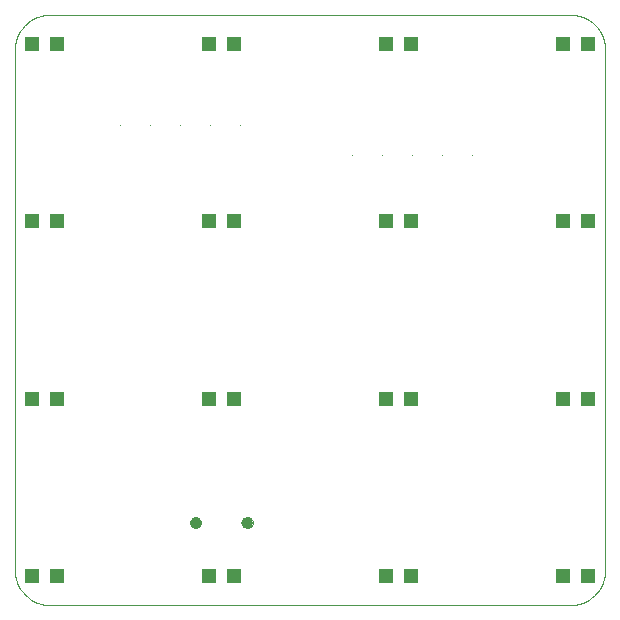
<source format=gts>
G75*
G70*
%OFA0B0*%
%FSLAX24Y24*%
%IPPOS*%
%LPD*%
%AMOC8*
5,1,8,0,0,1.08239X$1,22.5*
%
%ADD10C,0.0001*%
%ADD11C,0.0000*%
%ADD12C,0.0043*%
%ADD13R,0.0512X0.0512*%
%ADD14C,0.0394*%
D10*
X000504Y001685D02*
X000504Y019008D01*
X000506Y019074D01*
X000511Y019140D01*
X000521Y019206D01*
X000534Y019271D01*
X000550Y019335D01*
X000570Y019398D01*
X000594Y019460D01*
X000621Y019520D01*
X000651Y019579D01*
X000685Y019636D01*
X000722Y019691D01*
X000762Y019744D01*
X000804Y019795D01*
X000850Y019843D01*
X000898Y019889D01*
X000949Y019931D01*
X001002Y019971D01*
X001057Y020008D01*
X001114Y020042D01*
X001173Y020072D01*
X001233Y020099D01*
X001295Y020123D01*
X001358Y020143D01*
X001422Y020159D01*
X001487Y020172D01*
X001553Y020182D01*
X001619Y020187D01*
X001685Y020189D01*
X019008Y020189D01*
X019074Y020187D01*
X019140Y020182D01*
X019206Y020172D01*
X019271Y020159D01*
X019335Y020143D01*
X019398Y020123D01*
X019460Y020099D01*
X019520Y020072D01*
X019579Y020042D01*
X019636Y020008D01*
X019691Y019971D01*
X019744Y019931D01*
X019795Y019889D01*
X019843Y019843D01*
X019889Y019795D01*
X019931Y019744D01*
X019971Y019691D01*
X020008Y019636D01*
X020042Y019579D01*
X020072Y019520D01*
X020099Y019460D01*
X020123Y019398D01*
X020143Y019335D01*
X020159Y019271D01*
X020172Y019206D01*
X020182Y019140D01*
X020187Y019074D01*
X020189Y019008D01*
X020189Y001685D01*
X020187Y001619D01*
X020182Y001553D01*
X020172Y001487D01*
X020159Y001422D01*
X020143Y001358D01*
X020123Y001295D01*
X020099Y001233D01*
X020072Y001173D01*
X020042Y001114D01*
X020008Y001057D01*
X019971Y001002D01*
X019931Y000949D01*
X019889Y000898D01*
X019843Y000850D01*
X019795Y000804D01*
X019744Y000762D01*
X019691Y000722D01*
X019636Y000685D01*
X019579Y000651D01*
X019520Y000621D01*
X019460Y000594D01*
X019398Y000570D01*
X019335Y000550D01*
X019271Y000534D01*
X019206Y000521D01*
X019140Y000511D01*
X019074Y000506D01*
X019008Y000504D01*
X001685Y000504D01*
X001619Y000506D01*
X001553Y000511D01*
X001487Y000521D01*
X001422Y000534D01*
X001358Y000550D01*
X001295Y000570D01*
X001233Y000594D01*
X001173Y000621D01*
X001114Y000651D01*
X001057Y000685D01*
X001002Y000722D01*
X000949Y000762D01*
X000898Y000804D01*
X000850Y000850D01*
X000804Y000898D01*
X000762Y000949D01*
X000722Y001002D01*
X000685Y001057D01*
X000651Y001114D01*
X000621Y001173D01*
X000594Y001233D01*
X000570Y001295D01*
X000550Y001358D01*
X000534Y001422D01*
X000521Y001487D01*
X000511Y001553D01*
X000506Y001619D01*
X000504Y001685D01*
D11*
X006351Y003260D02*
X006353Y003286D01*
X006359Y003312D01*
X006369Y003337D01*
X006382Y003360D01*
X006398Y003380D01*
X006418Y003398D01*
X006440Y003413D01*
X006463Y003425D01*
X006489Y003433D01*
X006515Y003437D01*
X006541Y003437D01*
X006567Y003433D01*
X006593Y003425D01*
X006617Y003413D01*
X006638Y003398D01*
X006658Y003380D01*
X006674Y003360D01*
X006687Y003337D01*
X006697Y003312D01*
X006703Y003286D01*
X006705Y003260D01*
X006703Y003234D01*
X006697Y003208D01*
X006687Y003183D01*
X006674Y003160D01*
X006658Y003140D01*
X006638Y003122D01*
X006616Y003107D01*
X006593Y003095D01*
X006567Y003087D01*
X006541Y003083D01*
X006515Y003083D01*
X006489Y003087D01*
X006463Y003095D01*
X006439Y003107D01*
X006418Y003122D01*
X006398Y003140D01*
X006382Y003160D01*
X006369Y003183D01*
X006359Y003208D01*
X006353Y003234D01*
X006351Y003260D01*
X008083Y003260D02*
X008085Y003286D01*
X008091Y003312D01*
X008101Y003337D01*
X008114Y003360D01*
X008130Y003380D01*
X008150Y003398D01*
X008172Y003413D01*
X008195Y003425D01*
X008221Y003433D01*
X008247Y003437D01*
X008273Y003437D01*
X008299Y003433D01*
X008325Y003425D01*
X008349Y003413D01*
X008370Y003398D01*
X008390Y003380D01*
X008406Y003360D01*
X008419Y003337D01*
X008429Y003312D01*
X008435Y003286D01*
X008437Y003260D01*
X008435Y003234D01*
X008429Y003208D01*
X008419Y003183D01*
X008406Y003160D01*
X008390Y003140D01*
X008370Y003122D01*
X008348Y003107D01*
X008325Y003095D01*
X008299Y003087D01*
X008273Y003083D01*
X008247Y003083D01*
X008221Y003087D01*
X008195Y003095D01*
X008171Y003107D01*
X008150Y003122D01*
X008130Y003140D01*
X008114Y003160D01*
X008101Y003183D01*
X008091Y003208D01*
X008085Y003234D01*
X008083Y003260D01*
X011753Y015504D02*
X011753Y015505D01*
X011754Y015505D01*
X011755Y015505D01*
X011755Y015504D01*
X011755Y015503D01*
X011754Y015503D01*
X011753Y015503D01*
X011753Y015504D01*
X012753Y015504D02*
X012753Y015505D01*
X012754Y015505D01*
X012755Y015505D01*
X012755Y015504D01*
X012755Y015503D01*
X012754Y015503D01*
X012753Y015503D01*
X012753Y015504D01*
X013753Y015504D02*
X013753Y015505D01*
X013754Y015505D01*
X013755Y015505D01*
X013755Y015504D01*
X013755Y015503D01*
X013754Y015503D01*
X013753Y015503D01*
X013753Y015504D01*
X014753Y015504D02*
X014753Y015505D01*
X014754Y015505D01*
X014755Y015505D01*
X014755Y015504D01*
X014755Y015503D01*
X014754Y015503D01*
X014753Y015503D01*
X014753Y015504D01*
X015753Y015504D02*
X015753Y015505D01*
X015754Y015505D01*
X015755Y015505D01*
X015755Y015504D01*
X015755Y015503D01*
X015754Y015503D01*
X015753Y015503D01*
X015753Y015504D01*
X008003Y016504D02*
X008003Y016505D01*
X008004Y016505D01*
X008005Y016505D01*
X008005Y016504D01*
X008005Y016503D01*
X008004Y016503D01*
X008003Y016503D01*
X008003Y016504D01*
X007003Y016504D02*
X007003Y016505D01*
X007004Y016505D01*
X007005Y016505D01*
X007005Y016504D01*
X007005Y016503D01*
X007004Y016503D01*
X007003Y016503D01*
X007003Y016504D01*
X006003Y016504D02*
X006003Y016505D01*
X006004Y016505D01*
X006005Y016505D01*
X006005Y016504D01*
X006005Y016503D01*
X006004Y016503D01*
X006003Y016503D01*
X006003Y016504D01*
X005003Y016504D02*
X005003Y016505D01*
X005004Y016505D01*
X005005Y016505D01*
X005005Y016504D01*
X005005Y016503D01*
X005004Y016503D01*
X005003Y016503D01*
X005003Y016504D01*
X004003Y016504D02*
X004003Y016505D01*
X004004Y016505D01*
X004005Y016505D01*
X004005Y016504D01*
X004005Y016503D01*
X004004Y016503D01*
X004003Y016503D01*
X004003Y016504D01*
D12*
X004004Y016504D03*
X005004Y016504D03*
X006004Y016504D03*
X007004Y016504D03*
X008004Y016504D03*
X011754Y015504D03*
X012754Y015504D03*
X013754Y015504D03*
X014754Y015504D03*
X015754Y015504D03*
D13*
X001075Y001488D03*
X001902Y001488D03*
X006980Y001488D03*
X007807Y001488D03*
X012886Y001488D03*
X013713Y001488D03*
X018791Y001488D03*
X019618Y001488D03*
X019618Y007394D03*
X018791Y007394D03*
X013713Y007394D03*
X012886Y007394D03*
X007807Y007394D03*
X006980Y007394D03*
X001902Y007394D03*
X001075Y007394D03*
X001075Y013299D03*
X001902Y013299D03*
X006980Y013299D03*
X007807Y013299D03*
X012886Y013299D03*
X013713Y013299D03*
X018791Y013299D03*
X019618Y013299D03*
X019618Y019205D03*
X018791Y019205D03*
X013713Y019205D03*
X012886Y019205D03*
X007807Y019205D03*
X006980Y019205D03*
X001902Y019205D03*
X001075Y019205D03*
D14*
X006528Y003260D03*
X008260Y003260D03*
M02*

</source>
